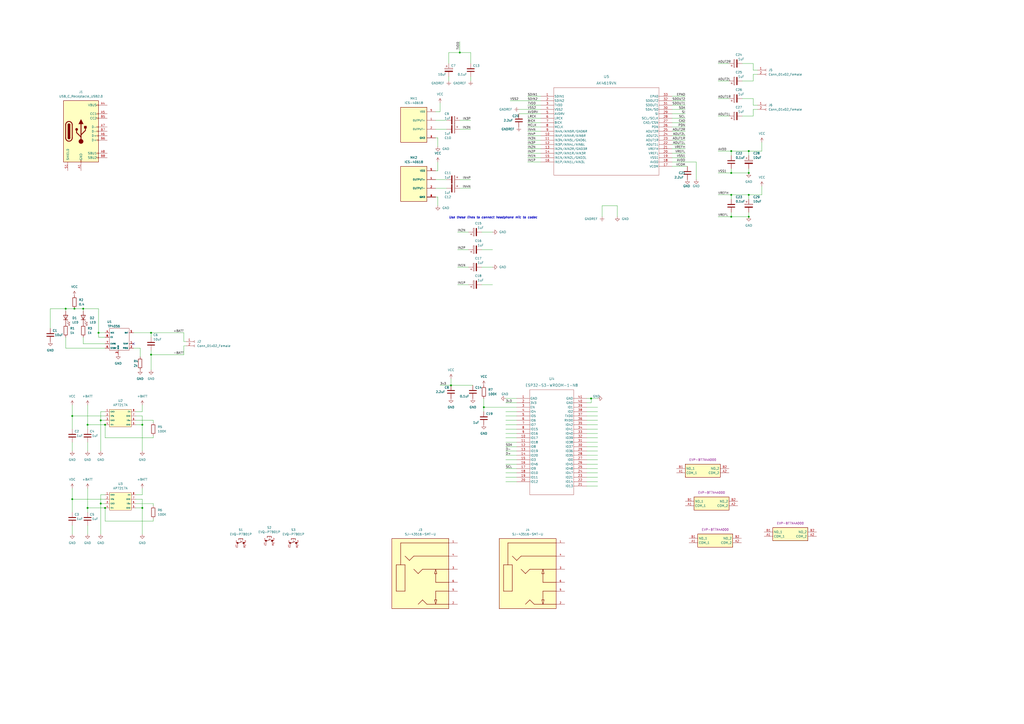
<source format=kicad_sch>
(kicad_sch (version 20211123) (generator eeschema)
  (paper "A2")
  (junction (at 50.8 246.38))
  (junction (at 82.55 294.64))
  (junction (at 57.15 193.04))
  (junction (at 261.62 223.52))
  (junction (at 434.34 87.63))
  (junction (at 41.91 241.3))
  (junction (at 87.63 205.74))
  (junction (at 434.34 113.03))
  (junction (at 266.7 30.48))
  (junction (at 60.96 246.38))
  (junction (at 424.18 100.33))
  (junction (at 434.34 100.33))
  (junction (at 38.1 179.07))
  (junction (at 41.91 289.56))
  (junction (at 424.18 87.63))
  (junction (at 58.42 292.1))
  (junction (at 50.8 294.64))
  (junction (at 424.18 125.73))
  (junction (at 434.34 125.73))
  (junction (at 342.9 231.14))
  (junction (at 43.18 179.07))
  (junction (at 60.96 294.64))
  (junction (at 48.26 179.07))
  (junction (at 280.67 236.22))
  (junction (at 424.18 113.03))
  (junction (at 82.55 246.38))
  (junction (at 87.63 193.04))
  (junction (at 58.42 243.84))
  (no_connect (at 77.47 199.39))
  (wire (pts (xy 416.56 57.15) (xy 422.91 57.15)))
  (wire (pts (xy 259.08 69.85) (xy 252.73 69.85)))
  (wire (pts (xy 340.36 281.94) (xy 346.71 281.94)))
  (wire (pts (xy 436.88 46.99) (xy 436.88 43.18)))
  (wire (pts (xy 48.26 195.58) (xy 48.26 199.39)))
  (wire (pts (xy 340.36 243.84) (xy 346.71 243.84)))
  (wire (pts (xy 50.8 246.38) (xy 60.96 246.38)))
  (wire (pts (xy 293.37 241.3) (xy 299.72 241.3)))
  (wire (pts (xy 430.53 57.15) (xy 436.88 57.15)))
  (wire (pts (xy 58.42 243.84) (xy 60.96 243.84)))
  (wire (pts (xy 424.18 113.03) (xy 434.34 113.03)))
  (wire (pts (xy 273.05 109.22) (xy 266.7 109.22)))
  (wire (pts (xy 436.88 60.96) (xy 439.42 60.96)))
  (wire (pts (xy 389.89 68.58) (xy 397.51 68.58)))
  (wire (pts (xy 57.15 193.04) (xy 60.96 193.04)))
  (wire (pts (xy 88.9 293.37) (xy 88.9 292.1)))
  (wire (pts (xy 340.36 248.92) (xy 346.71 248.92)))
  (wire (pts (xy 58.42 292.1) (xy 60.96 292.1)))
  (wire (pts (xy 279.4 165.1) (xy 285.75 165.1)))
  (wire (pts (xy 58.42 292.1) (xy 58.42 309.88)))
  (wire (pts (xy 279.4 154.94) (xy 285.75 154.94)))
  (wire (pts (xy 300.99 66.04) (xy 313.69 66.04)))
  (wire (pts (xy 50.8 294.64) (xy 60.96 294.64)))
  (wire (pts (xy 389.89 55.88) (xy 397.51 55.88)))
  (wire (pts (xy 358.14 119.38) (xy 358.14 125.73)))
  (wire (pts (xy 87.63 203.2) (xy 87.63 205.74)))
  (wire (pts (xy 340.36 246.38) (xy 346.71 246.38)))
  (wire (pts (xy 313.69 76.2) (xy 306.07 76.2)))
  (wire (pts (xy 265.43 154.94) (xy 271.78 154.94)))
  (wire (pts (xy 342.9 233.68) (xy 342.9 231.14)))
  (wire (pts (xy 424.18 125.73) (xy 434.34 125.73)))
  (wire (pts (xy 313.69 71.12) (xy 306.07 71.12)))
  (wire (pts (xy 340.36 271.78) (xy 346.71 271.78)))
  (wire (pts (xy 430.53 67.31) (xy 436.88 67.31)))
  (wire (pts (xy 389.89 91.44) (xy 397.51 91.44)))
  (wire (pts (xy 430.53 46.99) (xy 436.88 46.99)))
  (wire (pts (xy 58.42 243.84) (xy 58.42 261.62)))
  (wire (pts (xy 424.18 123.19) (xy 424.18 125.73)))
  (wire (pts (xy 50.8 297.18) (xy 50.8 294.64)))
  (wire (pts (xy 434.34 113.03) (xy 434.34 115.57)))
  (wire (pts (xy 424.18 87.63) (xy 434.34 87.63)))
  (wire (pts (xy 416.56 36.83) (xy 422.91 36.83)))
  (wire (pts (xy 293.37 251.46) (xy 299.72 251.46)))
  (wire (pts (xy 389.89 60.96) (xy 397.51 60.96)))
  (wire (pts (xy 300.99 63.5) (xy 313.69 63.5)))
  (wire (pts (xy 106.68 200.66) (xy 107.95 200.66)))
  (wire (pts (xy 434.34 100.33) (xy 434.34 97.79)))
  (wire (pts (xy 293.37 264.16) (xy 299.72 264.16)))
  (wire (pts (xy 252.73 99.06) (xy 254 99.06)))
  (wire (pts (xy 41.91 289.56) (xy 60.96 289.56)))
  (wire (pts (xy 38.1 201.93) (xy 60.96 201.93)))
  (wire (pts (xy 349.25 125.73) (xy 349.25 119.38)))
  (wire (pts (xy 77.47 201.93) (xy 81.28 201.93)))
  (wire (pts (xy 78.74 241.3) (xy 82.55 241.3)))
  (wire (pts (xy 349.25 119.38) (xy 358.14 119.38)))
  (wire (pts (xy 88.9 254) (xy 60.96 254)))
  (wire (pts (xy 88.9 302.26) (xy 60.96 302.26)))
  (wire (pts (xy 424.18 87.63) (xy 424.18 90.17)))
  (wire (pts (xy 389.89 93.98) (xy 403.86 93.98)))
  (wire (pts (xy 60.96 195.58) (xy 57.15 195.58)))
  (wire (pts (xy 340.36 279.4) (xy 346.71 279.4)))
  (wire (pts (xy 293.37 261.62) (xy 299.72 261.62)))
  (wire (pts (xy 295.91 58.42) (xy 313.69 58.42)))
  (wire (pts (xy 441.96 113.03) (xy 441.96 107.95)))
  (wire (pts (xy 280.67 231.14) (xy 280.67 236.22)))
  (wire (pts (xy 434.34 87.63) (xy 441.96 87.63)))
  (wire (pts (xy 41.91 261.62) (xy 41.91 256.54)))
  (wire (pts (xy 416.56 125.73) (xy 424.18 125.73)))
  (wire (pts (xy 58.42 287.02) (xy 58.42 292.1)))
  (wire (pts (xy 313.69 86.36) (xy 306.07 86.36)))
  (wire (pts (xy 436.88 67.31) (xy 436.88 63.5)))
  (wire (pts (xy 58.42 238.76) (xy 58.42 243.84)))
  (wire (pts (xy 252.73 114.3) (xy 254 114.3)))
  (wire (pts (xy 340.36 241.3) (xy 346.71 241.3)))
  (wire (pts (xy 389.89 88.9) (xy 397.51 88.9)))
  (wire (pts (xy 50.8 261.62) (xy 50.8 256.54)))
  (wire (pts (xy 293.37 266.7) (xy 299.72 266.7)))
  (wire (pts (xy 389.89 73.66) (xy 397.51 73.66)))
  (wire (pts (xy 78.74 287.02) (xy 82.55 287.02)))
  (wire (pts (xy 389.89 96.52) (xy 398.78 96.52)))
  (wire (pts (xy 78.74 238.76) (xy 82.55 238.76)))
  (wire (pts (xy 340.36 274.32) (xy 346.71 274.32)))
  (wire (pts (xy 280.67 236.22) (xy 299.72 236.22)))
  (wire (pts (xy 78.74 289.56) (xy 82.55 289.56)))
  (wire (pts (xy 313.69 88.9) (xy 306.07 88.9)))
  (wire (pts (xy 340.36 238.76) (xy 346.71 238.76)))
  (wire (pts (xy 60.96 238.76) (xy 58.42 238.76)))
  (wire (pts (xy 273.05 36.83) (xy 273.05 30.48)))
  (wire (pts (xy 273.05 30.48) (xy 266.7 30.48)))
  (wire (pts (xy 436.88 43.18) (xy 439.42 43.18)))
  (wire (pts (xy 416.56 67.31) (xy 422.91 67.31)))
  (wire (pts (xy 293.37 233.68) (xy 299.72 233.68)))
  (wire (pts (xy 106.68 205.74) (xy 106.68 200.66)))
  (wire (pts (xy 41.91 241.3) (xy 60.96 241.3)))
  (wire (pts (xy 82.55 246.38) (xy 82.55 261.62)))
  (wire (pts (xy 265.43 144.78) (xy 271.78 144.78)))
  (wire (pts (xy 261.62 223.52) (xy 274.32 223.52)))
  (wire (pts (xy 38.1 179.07) (xy 38.1 180.34)))
  (wire (pts (xy 41.91 309.88) (xy 41.91 304.8)))
  (wire (pts (xy 82.55 294.64) (xy 82.55 309.88)))
  (wire (pts (xy 340.36 259.08) (xy 346.71 259.08)))
  (wire (pts (xy 259.08 109.22) (xy 252.73 109.22)))
  (wire (pts (xy 266.7 30.48) (xy 260.35 30.48)))
  (wire (pts (xy 88.9 243.84) (xy 78.74 243.84)))
  (wire (pts (xy 342.9 231.14) (xy 346.71 231.14)))
  (wire (pts (xy 279.4 144.78) (xy 285.75 144.78)))
  (wire (pts (xy 340.36 254) (xy 346.71 254)))
  (wire (pts (xy 389.89 76.2) (xy 397.51 76.2)))
  (wire (pts (xy 259.08 74.93) (xy 252.73 74.93)))
  (wire (pts (xy 87.63 205.74) (xy 87.63 214.63)))
  (wire (pts (xy 254 80.01) (xy 254 85.09)))
  (wire (pts (xy 340.36 251.46) (xy 346.71 251.46)))
  (wire (pts (xy 255.27 223.52) (xy 261.62 223.52)))
  (wire (pts (xy 88.9 252.73) (xy 88.9 254)))
  (wire (pts (xy 416.56 113.03) (xy 424.18 113.03)))
  (wire (pts (xy 87.63 205.74) (xy 106.68 205.74)))
  (wire (pts (xy 389.89 66.04) (xy 397.51 66.04)))
  (wire (pts (xy 255.27 64.77) (xy 255.27 59.69)))
  (wire (pts (xy 389.89 78.74) (xy 397.51 78.74)))
  (wire (pts (xy 436.88 36.83) (xy 436.88 40.64)))
  (wire (pts (xy 434.34 87.63) (xy 434.34 90.17)))
  (wire (pts (xy 424.18 97.79) (xy 424.18 100.33)))
  (wire (pts (xy 254 99.06) (xy 254 93.98)))
  (wire (pts (xy 293.37 276.86) (xy 299.72 276.86)))
  (wire (pts (xy 389.89 58.42) (xy 397.51 58.42)))
  (wire (pts (xy 389.89 63.5) (xy 397.51 63.5)))
  (wire (pts (xy 313.69 73.66) (xy 306.07 73.66)))
  (wire (pts (xy 48.26 199.39) (xy 60.96 199.39)))
  (wire (pts (xy 50.8 283.21) (xy 50.8 294.64)))
  (wire (pts (xy 340.36 264.16) (xy 346.71 264.16)))
  (wire (pts (xy 424.18 113.03) (xy 424.18 115.57)))
  (wire (pts (xy 261.62 219.71) (xy 261.62 223.52)))
  (wire (pts (xy 293.37 248.92) (xy 299.72 248.92)))
  (wire (pts (xy 293.37 238.76) (xy 299.72 238.76)))
  (wire (pts (xy 88.9 292.1) (xy 78.74 292.1)))
  (wire (pts (xy 340.36 269.24) (xy 346.71 269.24)))
  (wire (pts (xy 424.18 100.33) (xy 434.34 100.33)))
  (wire (pts (xy 38.1 179.07) (xy 29.21 179.07)))
  (wire (pts (xy 48.26 179.07) (xy 43.18 179.07)))
  (wire (pts (xy 81.28 201.93) (xy 81.28 207.01)))
  (wire (pts (xy 340.36 236.22) (xy 346.71 236.22)))
  (wire (pts (xy 48.26 179.07) (xy 48.26 180.34)))
  (wire (pts (xy 293.37 274.32) (xy 299.72 274.32)))
  (wire (pts (xy 88.9 300.99) (xy 88.9 302.26)))
  (wire (pts (xy 340.36 276.86) (xy 346.71 276.86)))
  (wire (pts (xy 279.4 134.62) (xy 285.75 134.62)))
  (wire (pts (xy 293.37 231.14) (xy 299.72 231.14)))
  (wire (pts (xy 48.26 179.07) (xy 57.15 179.07)))
  (wire (pts (xy 254 114.3) (xy 254 119.38)))
  (wire (pts (xy 106.68 193.04) (xy 106.68 198.12)))
  (wire (pts (xy 434.34 113.03) (xy 441.96 113.03)))
  (wire (pts (xy 416.56 87.63) (xy 424.18 87.63)))
  (wire (pts (xy 313.69 60.96) (xy 306.07 60.96)))
  (wire (pts (xy 273.05 69.85) (xy 266.7 69.85)))
  (wire (pts (xy 313.69 78.74) (xy 306.07 78.74)))
  (wire (pts (xy 60.96 287.02) (xy 58.42 287.02)))
  (wire (pts (xy 50.8 309.88) (xy 50.8 304.8)))
  (wire (pts (xy 265.43 165.1) (xy 271.78 165.1)))
  (wire (pts (xy 340.36 233.68) (xy 342.9 233.68)))
  (wire (pts (xy 273.05 74.93) (xy 266.7 74.93)))
  (wire (pts (xy 293.37 269.24) (xy 299.72 269.24)))
  (wire (pts (xy 436.88 63.5) (xy 439.42 63.5)))
  (wire (pts (xy 313.69 81.28) (xy 306.07 81.28)))
  (wire (pts (xy 293.37 254) (xy 299.72 254)))
  (wire (pts (xy 436.88 57.15) (xy 436.88 60.96)))
  (wire (pts (xy 313.69 83.82) (xy 306.07 83.82)))
  (wire (pts (xy 41.91 289.56) (xy 41.91 297.18)))
  (wire (pts (xy 57.15 193.04) (xy 57.15 179.07)))
  (wire (pts (xy 77.47 193.04) (xy 87.63 193.04)))
  (wire (pts (xy 60.96 302.26) (xy 60.96 294.64)))
  (wire (pts (xy 313.69 68.58) (xy 306.07 68.58)))
  (wire (pts (xy 434.34 125.73) (xy 434.34 123.19)))
  (wire (pts (xy 82.55 241.3) (xy 82.55 246.38)))
  (wire (pts (xy 265.43 134.62) (xy 271.78 134.62)))
  (wire (pts (xy 266.7 24.13) (xy 266.7 30.48)))
  (wire (pts (xy 293.37 271.78) (xy 299.72 271.78)))
  (wire (pts (xy 293.37 259.08) (xy 299.72 259.08)))
  (wire (pts (xy 313.69 91.44) (xy 306.07 91.44)))
  (wire (pts (xy 389.89 71.12) (xy 397.51 71.12)))
  (wire (pts (xy 441.96 87.63) (xy 441.96 82.55)))
  (wire (pts (xy 78.74 246.38) (xy 82.55 246.38)))
  (wire (pts (xy 41.91 241.3) (xy 41.91 248.92)))
  (wire (pts (xy 389.89 81.28) (xy 397.51 81.28)))
  (wire (pts (xy 293.37 243.84) (xy 299.72 243.84)))
  (wire (pts (xy 273.05 44.45) (xy 273.05 46.99)))
  (wire (pts (xy 78.74 294.64) (xy 82.55 294.64)))
  (wire (pts (xy 416.56 100.33) (xy 424.18 100.33)))
  (wire (pts (xy 403.86 93.98) (xy 403.86 104.14)))
  (wire (pts (xy 82.55 238.76) (xy 82.55 234.95)))
  (wire (pts (xy 87.63 193.04) (xy 106.68 193.04)))
  (wire (pts (xy 41.91 234.95) (xy 41.91 241.3)))
  (wire (pts (xy 252.73 64.77) (xy 255.27 64.77)))
  (wire (pts (xy 82.55 287.02) (xy 82.55 283.21)))
  (wire (pts (xy 38.1 195.58) (xy 38.1 201.93)))
  (wire (pts (xy 340.36 256.54) (xy 346.71 256.54)))
  (wire (pts (xy 57.15 195.58) (xy 57.15 193.04)))
  (wire (pts (xy 436.88 40.64) (xy 439.42 40.64)))
  (wire (pts (xy 260.35 30.48) (xy 260.35 36.83)))
  (wire (pts (xy 260.35 44.45) (xy 260.35 46.99)))
  (wire (pts (xy 293.37 256.54) (xy 299.72 256.54)))
  (wire (pts (xy 313.69 55.88) (xy 306.07 55.88)))
  (wire (pts (xy 416.56 46.99) (xy 422.91 46.99)))
  (wire (pts (xy 293.37 279.4) (xy 299.72 279.4)))
  (wire (pts (xy 389.89 83.82) (xy 397.51 83.82)))
  (wire (pts (xy 252.73 80.01) (xy 254 80.01)))
  (wire (pts (xy 29.21 179.07) (xy 29.21 190.5)))
  (wire (pts (xy 41.91 283.21) (xy 41.91 289.56)))
  (wire (pts (xy 273.05 104.14) (xy 266.7 104.14)))
  (wire (pts (xy 82.55 289.56) (xy 82.55 294.64)))
  (wire (pts (xy 43.18 179.07) (xy 38.1 179.07)))
  (wire (pts (xy 293.37 246.38) (xy 299.72 246.38)))
  (wire (pts (xy 88.9 245.11) (xy 88.9 243.84)))
  (wire (pts (xy 340.36 261.62) (xy 346.71 261.62)))
  (wire (pts (xy 60.96 254) (xy 60.96 246.38)))
  (wire (pts (xy 87.63 193.04) (xy 87.63 195.58)))
  (wire (pts (xy 106.68 198.12) (xy 107.95 198.12)))
  (wire (pts (xy 313.69 93.98) (xy 306.07 93.98)))
  (wire (pts (xy 430.53 36.83) (xy 436.88 36.83)))
  (wire (pts (xy 50.8 234.95) (xy 50.8 246.38)))
  (wire (pts (xy 280.67 236.22) (xy 280.67 238.76)))
  (wire (pts (xy 340.36 231.14) (xy 342.9 231.14)))
  (wire (pts (xy 50.8 248.92) (xy 50.8 246.38)))
  (wire (pts (xy 259.08 104.14) (xy 252.73 104.14)))
  (wire (pts (xy 340.36 266.7) (xy 346.71 266.7)))
  (wire (pts (xy 389.89 86.36) (xy 397.51 86.36)))
  (text "Use these lines to connect headphone mic to codec" (at 260.35 127 0) (effects (font (size 1.27 1.27) (thickness 0.254) bold italic) (justify left bottom)))
  (label "AOUT1L" (at 397.51 83.82 180))
  (label "AOUT2L" (at 397.51 78.74 180))
  (label "3v3" (at 255.27 223.52 0))
  (label "VREFL" (at 416.56 125.73 0))
  (label "VREFH" (at 416.56 113.03 0))
  (label "IN2P" (at 306.07 88.9 0))
  (label "D-" (at 293.37 261.62 0))
  (label "IN4N" (at 306.07 76.2 0))
  (label "VSS1" (at 416.56 100.33 0))
  (label "SDOUT1" (at 397.51 60.96 180))
  (label "IN1P" (at 306.07 93.98 0))
  (label "SDIN2" (at 306.07 58.42 0))
  (label "LRCK" (at 306.07 68.58 0))
  (label "IN3N" (at 273.05 74.93 180))
  (label "SI" (at 397.51 66.04 180))
  (label "SDA" (at 397.51 63.5 180))
  (label "VREFL" (at 397.51 88.9 180))
  (label "SCL" (at 293.37 271.78 0))
  (label "TVDD" (at 266.7 24.13 270))
  (label "EPAD" (at 397.51 55.88 180))
  (label "SDIN1" (at 306.07 55.88 0))
  (label "PDN" (at 397.51 73.66 180))
  (label "AOUT1R" (at 416.56 57.15 0))
  (label "AOUT2L" (at 416.56 46.99 0))
  (label "IN2N" (at 306.07 86.36 0))
  (label "3v3" (at 293.37 233.68 0))
  (label "AOUT2R" (at 416.56 36.83 0))
  (label "IN4P" (at 306.07 78.74 0))
  (label "SCL" (at 397.51 68.58 180))
  (label "IN3N" (at 306.07 81.28 0))
  (label "IN1N" (at 265.43 154.94 0))
  (label "IN3P" (at 273.05 69.85 180))
  (label "MCLK" (at 306.07 73.66 0))
  (label "AVDRV" (at 306.07 66.04 0))
  (label "IN2P" (at 265.43 144.78 0))
  (label "AOUT1L" (at 416.56 67.31 0))
  (label "AOUT2R" (at 397.51 76.2 180))
  (label "AVDD" (at 416.56 87.63 0))
  (label "+BATT" (at 106.68 193.04 180))
  (label "IN1N" (at 306.07 91.44 0))
  (label "TVDD" (at 306.07 60.96 0))
  (label "VSS1" (at 397.51 91.44 180))
  (label "IN2N" (at 265.43 134.62 0))
  (label "AVDD" (at 397.51 93.98 180))
  (label "IN4N" (at 273.05 109.22 180))
  (label "D+" (at 293.37 264.16 0))
  (label "IN4P" (at 273.05 104.14 180))
  (label "CAD" (at 397.51 71.12 180))
  (label "VSS2" (at 306.07 63.5 0))
  (label "BICK" (at 306.07 71.12 0))
  (label "VCOM" (at 397.51 96.52 180))
  (label "VSS2" (at 295.91 58.42 0))
  (label "VREFH" (at 397.51 86.36 180))
  (label "SDA" (at 293.37 259.08 0))
  (label "IN3P" (at 306.07 83.82 0))
  (label "AOUT1R" (at 397.51 81.28 180))
  (label "IN1P" (at 265.43 165.1 0))
  (label "-BATT" (at 106.68 205.74 180))
  (label "SDOUT2" (at 397.51 58.42 180))
  (symbol (lib_id "Device:C") (at 50.8 300.99 180) (unit 1)
    (property "Reference" "C5" (at 52.07 298.45 0) (effects (justify right)))
    (property "Value" "1uF" (at 53.34 300.99 0) (effects (justify right)))
    (property "Footprint" "Capacitor_SMD:C_0805_2012Metric" (effects hide))
  )
  (symbol (lib_id "power:GND") (at 254 85.09 0) (unit 1)
    (property "Reference" "#PWR020" (effects hide))
    (property "Value" "GND" (at 256.54 86.3599 0) (effects (justify left)))
  )
  (symbol (lib_id "Device:C_Polarized") (at 434.34 119.38 0) (unit 1)
    (property "Reference" "C29" (at 436.88 114.3 0) (effects (justify left)))
    (property "Value" "10uF" (at 436.88 116.84 0) (effects (justify left)))
    (property "Footprint" "Capacitor_SMD:C_0805_2012Metric" (effects hide))
  )
  (symbol (lib_id "Connector:Conn_01x02_Female") (at 444.5 40.64 0) (unit 1)
    (property "Reference" "J5" (at 445.77 40.6399 0) (effects (justify left)))
    (property "Value" "Conn_01x02_Female" (at 445.77 43.1799 0) (effects (justify left)))
  )
  (symbol (lib_id "Device:R") (at 88.9 248.92 0) (unit 1)
    (property "Reference" "R5" (at 91.44 247.6499 0) (effects (justify left)))
    (property "Value" "100K" (at 91.44 250.1899 0) (effects (justify left)))
  )
  (symbol (lib_id "Device:C") (at 398.78 100.33 180) (unit 1)
    (property "Reference" "C21" (at 393.7 100.33 0) (effects (justify right)))
    (property "Value" "2.2uF" (at 391.16 102.87 0) (effects (justify right)))
    (property "Footprint" "Capacitor_SMD:C_0805_2012Metric" (effects hide))
  )
  (symbol (lib_id "Device:C") (at 41.91 252.73 180) (unit 1)
    (property "Reference" "C2" (at 43.18 250.19 0) (effects (justify right)))
    (property "Value" "1uF" (at 44.45 252.73 0) (effects (justify right)))
    (property "Footprint" "Capacitor_SMD:C_0805_2012Metric" (effects hide))
  )
  (symbol (lib_id "Device:C") (at 41.91 300.99 180) (unit 1)
    (property "Reference" "C3" (at 43.18 298.45 0) (effects (justify right)))
    (property "Value" "1uF" (at 44.45 300.99 0) (effects (justify right)))
    (property "Footprint" "Capacitor_SMD:C_0805_2012Metric" (effects hide))
  )
  (symbol (lib_id "AP7217A:AP7217A") (at 67.31 245.11 0) (unit 1)
    (property "Reference" "U2" (at 69.85 232.41 0))
    (property "Value" "AP7217A" (at 69.85 234.95 0))
    (property "Footprint" "AP7217A:SOIC127P600X175-8N" (effects hide))
  )
  (symbol (lib_id "Device:LED") (at 48.26 184.15 90) (unit 1)
    (property "Reference" "D2" (at 52.07 184.4674 90) (effects (justify right)))
    (property "Value" "LED" (at 52.07 187.0074 90) (effects (justify right)))
  )
  (symbol (lib_id "power:VCC") (at 261.62 219.71 0) (unit 1)
    (property "Reference" "#PWR025" (effects hide))
    (property "Value" "VCC" (at 261.62 214.63 0))
  )
  (symbol (lib_id "power:GND") (at 293.37 231.14 270) (unit 1)
    (property "Reference" "#PWR033" (effects hide))
    (property "Value" "GND" (at 290.83 228.6 90) (effects (justify left)))
  )
  (symbol (lib_id "power:VCC") (at 280.67 223.52 0) (unit 1)
    (property "Reference" "#PWR029" (effects hide))
    (property "Value" "VCC" (at 280.67 218.44 0))
  )
  (symbol (lib_id "Device:C") (at 50.8 252.73 180) (unit 1)
    (property "Reference" "C4" (at 52.07 250.19 0) (effects (justify right)))
    (property "Value" "1uF" (at 53.34 252.73 0) (effects (justify right)))
    (property "Footprint" "Capacitor_SMD:C_0805_2012Metric" (effects hide))
  )
  (symbol (lib_id "power:GND") (at 50.8 309.88 0) (unit 1)
    (property "Reference" "#PWR010" (effects hide))
    (property "Value" "GND" (at 50.8 314.96 0))
  )
  (symbol (lib_id "power:GND") (at 285.75 154.94 90) (unit 1)
    (property "Reference" "#PWR032" (effects hide))
    (property "Value" "GND" (at 289.56 154.9399 90) (effects (justify right)))
  )
  (symbol (lib_id "power:VCC") (at 441.96 82.55 0) (unit 1)
    (property "Reference" "#PWR043" (effects hide))
    (property "Value" "VCC" (at 441.96 77.47 0))
  )
  (symbol (lib_id "power:GNDREF") (at 300.99 63.5 270) (unit 1)
    (property "Reference" "#PWR034" (effects hide))
    (property "Value" "GNDREF" (at 297.18 63.4999 90) (effects (justify right)))
  )
  (symbol (lib_id "Device:C") (at 300.99 69.85 180) (unit 1)
    (property "Reference" "C20" (at 297.18 67.31 0) (effects (justify right)))
    (property "Value" "2.2uF" (at 292.1 69.85 0) (effects (justify right)))
    (property "Footprint" "Capacitor_SMD:C_0805_2012Metric" (effects hide))
  )
  (symbol (lib_id "EVQ-P7B01P:EVQ-P7B01P") (at 139.7 314.96 0) (unit 1)
    (property "Reference" "S1" (at 139.7 307.34 0))
    (property "Value" "EVQ-P7B01P" (at 139.7 309.88 0))
    (property "Footprint" "EVQ-P7B01P:EVQ-P7B01P" (effects hide))
    (property "DigiKey_Part_Number" "P16764TR-ND" (effects hide))
    (property "MF" "Panasonic Electronic Components" (effects hide))
    (property "Purchase-URL" "https://www.snapeda.com/api/url_track_click_mouser/?unipart_id=10869826&manufacturer=Panasonic Electronic Components&part_name=EVQ-P7B01P&search_term=None" (effects hide))
    (property "Package" "None" (effects hide))
    (property "SnapEDA_Link" "https://www.snapeda.com/parts/EVQ-P7B01P/Panasonic/view-part/?ref=snap" (effects hide))
    (property "MP" "EVQ-P7B01P" (effects hide))
    (property "Description" "\nTactile Switch SPST-NO Side Actuated Surface Mount, Right Angle\n" (effects hide))
    (property "Check_prices" "https://www.snapeda.com/parts/EVQ-P7B01P/Panasonic/view-part/?ref=eda" (effects hide))
  )
  (symbol (lib_id "power:+BATT") (at 50.8 283.21 0) (unit 1)
    (property "Reference" "#PWR09" (effects hide))
    (property "Value" "+BATT" (at 50.8 278.13 0))
  )
  (symbol (lib_id "Device:C_Polarized") (at 275.59 154.94 90) (unit 1)
    (property "Reference" "C17" (at 279.4 149.86 90) (effects (justify left)))
    (property "Value" "1uF" (at 280.67 152.4 90) (effects (justify left)))
    (property "Footprint" "Capacitor_SMD:C_0805_2012Metric" (effects hide))
  )
  (symbol (lib_id "power:GND") (at 346.71 231.14 90) (unit 1)
    (property "Reference" "#PWR036" (effects hide))
    (property "Value" "GND" (at 347.98 229.87 90) (effects (justify left)))
  )
  (symbol (lib_id "tp4056:TP4056") (at 55.88 190.5 0) (unit 1)
    (property "Reference" "U1" (at 63.5 186.69 0))
    (property "Value" "TP4056" (at 66.04 189.23 0))
    (property "Footprint" "Package_SO:SOP-8_3.9x4.9mm_P1.27mm" (effects hide))
  )
  (symbol (lib_id "AP7217A:AP7217A") (at 67.31 293.37 0) (unit 1)
    (property "Reference" "U3" (at 69.85 280.67 0))
    (property "Value" "AP7217A" (at 69.85 283.21 0))
    (property "Footprint" "AP7217A:SOIC127P600X175-8N" (effects hide))
  )
  (symbol (lib_id "Device:C_Polarized") (at 262.89 74.93 270) (unit 1)
    (property "Reference" "C10" (at 257.81 80.01 90) (effects (justify left)))
    (property "Value" "1uF" (at 257.81 77.47 90) (effects (justify left)))
    (property "Footprint" "Capacitor_SMD:C_0805_2012Metric" (effects hide))
  )
  (symbol (lib_id "power:GND") (at 82.55 309.88 0) (unit 1)
    (property "Reference" "#PWR018" (effects hide))
    (property "Value" "GND" (at 82.55 314.96 0))
  )
  (symbol (lib_id "Device:R") (at 88.9 297.18 0) (unit 1)
    (property "Reference" "R6" (at 91.44 295.9099 0) (effects (justify left)))
    (property "Value" "100K" (at 91.44 298.4499 0) (effects (justify left)))
  )
  (symbol (lib_id "Device:C_Polarized") (at 262.89 104.14 270) (unit 1)
    (property "Reference" "C11" (at 257.81 100.33 90) (effects (justify left)))
    (property "Value" "1uF" (at 257.81 102.87 90) (effects (justify left)))
    (property "Footprint" "Capacitor_SMD:C_0805_2012Metric" (effects hide))
  )
  (symbol (lib_id "Device:R") (at 38.1 191.77 0) (unit 1)
    (property "Reference" "R1" (at 40.64 190.4999 0) (effects (justify left)))
    (property "Value" "1k" (at 40.64 193.0399 0) (effects (justify left)))
  )
  (symbol (lib_id "power:GND") (at 274.32 231.14 0) (unit 1)
    (property "Reference" "#PWR028" (effects hide))
    (property "Value" "GND" (at 274.32 236.22 0))
  )
  (symbol (lib_id "power:GND") (at 29.21 198.12 0) (unit 1)
    (property "Reference" "#PWR01" (effects hide))
    (property "Value" "GND" (at 29.21 203.2 0))
  )
  (symbol (lib_id "power:GND") (at 280.67 246.38 0) (unit 1)
    (property "Reference" "#PWR030" (effects hide))
    (property "Value" "GND" (at 280.67 251.46 0))
  )
  (symbol (lib_id "EVP-BT7A4A000:EVP-BT7A4A000") (at 399.6741 312.3053 0) (unit 1)
    (property "Reference" "EVP-BT7A4A3" (effects hide))
    (property "Value" "EVP-BT7A4A000" (effects hide))
    (property "Footprint" "EVP-BT7A4A000:EVPBT7A4A000" (effects hide))
    (property "Reference_1" "S" (effects hide))
    (property "Value_1" "EVP-BT7A4A000" (at 414.9141 307.2253 0))
    (property "Footprint_1" "EVPBT7A4A000" (effects hide))
    (property "Datasheet_1" "https://na.industrial.panasonic.com/file-download/245155" (effects hide))
    (property "Height" "4.5" (effects hide))
    (property "Mouser Part Number" "769-EVP-BT7A4A000" (effects hide))
    (property "Mouser Price/Stock" "https://www.mouser.co.uk/ProductDetail/Panasonic/EVP-BT7A4A000?qs=CiayqK2gdcK%2FK8JCTM%2FBCw%3D%3D" (effects hide))
    (property "Manufacturer_Name" "Panasonic" (effects hide))
    (property "Manufacturer_Part_Number" "EVP-BT7A4A000" (effects hide))
  )
  (symbol (lib_id "2023-04-28_16-08-41:AK4619VN") (at 313.69 55.88 0) (unit 1)
    (property "Reference" "U5" (at 351.79 44.45 0) (effects (font (size 1.524 1.524))))
    (property "Value" "AK4619VN" (at 351.79 48.26 0) (effects (font (size 1.524 1.524))))
    (property "Footprint" "AK4619VN:AK4619VN_AKM" (effects hide))
    (property "Datasheet" "AK4619VN" (effects hide))
  )
  (symbol (lib_id "Device:C") (at 87.63 199.39 180) (unit 1)
    (property "Reference" "C6" (at 88.9 194.31 0) (effects (justify right)))
    (property "Value" "10uF" (at 88.9 196.85 0) (effects (justify right)))
    (property "Footprint" "Capacitor_SMD:C_0805_2012Metric" (effects hide))
  )
  (symbol (lib_id "power:GND") (at 58.42 309.88 0) (unit 1)
    (property "Reference" "#PWR012" (effects hide))
    (property "Value" "GND" (at 58.42 314.96 0))
  )
  (symbol (lib_id "power:GND") (at 50.8 261.62 0) (unit 1)
    (property "Reference" "#PWR08" (effects hide))
    (property "Value" "GND" (at 50.8 266.7 0))
  )
  (symbol (lib_id "power:GNDREF") (at 300.99 73.66 0) (unit 1)
    (property "Reference" "#PWR035" (effects hide))
    (property "Value" "GNDREF" (at 290.83 74.93 0) (effects (justify left)))
  )
  (symbol (lib_id "power:+BATT") (at 82.55 234.95 0) (unit 1)
    (property "Reference" "#PWR015" (effects hide))
    (property "Value" "+BATT" (at 82.55 229.87 0))
  )
  (symbol (lib_id "Device:C_Polarized") (at 426.72 36.83 90) (unit 1)
    (property "Reference" "C24" (at 430.53 31.75 90) (effects (justify left)))
    (property "Value" "1uF" (at 431.8 34.29 90) (effects (justify left)))
    (property "Footprint" "Capacitor_SMD:C_0805_2012Metric" (effects hide))
  )
  (symbol (lib_id "Device:C_Polarized") (at 275.59 134.62 90) (unit 1)
    (property "Reference" "C15" (at 279.4 129.54 90) (effects (justify left)))
    (property "Value" "1uF" (at 280.67 132.08 90) (effects (justify left)))
    (property "Footprint" "Capacitor_SMD:C_0805_2012Metric" (effects hide))
  )
  (symbol (lib_id "ICS-40618:ICS-40618") (at 240.03 72.39 0) (unit 1)
    (property "Reference" "MK1" (at 240.03 57.15 0))
    (property "Value" "ICS-40618" (at 240.03 59.69 0))
    (property "Footprint" "ICS-40618:MIC_ICS-40618" (effects hide))
    (property "DigiKey_Part_Number" "1428-1062-2-ND" (effects hide))
    (property "MF" "TDK InvenSense" (effects hide))
    (property "DESCRIPTION" "High SNR Microphone with Differential Output and Low Power Mode" (effects hide))
    (property "PACKAGE" "LGA-5 TDK-InvenSense" (effects hide))
    (property "PRICE" "1.89 USD" (effects hide))
    (property "Package" "None" (effects hide))
    (property "Check_prices" "https://www.snapeda.com/parts/ICS-40618/TDK+InvenSense/view-part/?ref=eda" (effects hide))
    (property "SnapEDA_Link" "https://www.snapeda.com/parts/ICS-40618/TDK+InvenSense/view-part/?ref=snap" (effects hide))
    (property "MP" "ICS-40618" (effects hide))
    (property "Description" "\n50 Hz ~ 20 kHz Analog Microphone MEMS (Silicon) 1.52 V ~ 3.63 V Omnidirectional (-38db ±1dB) Solder Pads\n" (effects hide))
    (property "AVAILABILITY" "Good" (effects hide))
    (property "Purchase-URL" "https://www.snapeda.com/api/url_track_click_mouser/?unipart_id=525364&manufacturer=TDK InvenSense&part_name=ICS-40618&search_term=None" (effects hide))
  )
  (symbol (lib_id "power:GND") (at 434.34 100.33 0) (unit 1)
    (property "Reference" "#PWR041" (effects hide))
    (property "Value" "GND" (at 434.34 105.41 0))
  )
  (symbol (lib_id "Device:C") (at 424.18 93.98 180) (unit 1)
    (property "Reference" "C22" (at 426.72 88.9 0) (effects (justify right)))
    (property "Value" "0.1uF" (at 426.72 91.44 0) (effects (justify right)))
    (property "Footprint" "Capacitor_SMD:C_0805_2012Metric" (effects hide))
  )
  (symbol (lib_id "SJ-43516-SMT-GR:SJ-43516-SMT-U") (at 307.34 335.28 0) (unit 1)
    (property "Reference" "J4" (at 306.07 307.34 0))
    (property "Value" "SJ-43516-SMT-U" (at 306.07 309.88 0))
    (property "Footprint" "SJ-43516-SMT-GR:CUI_SJ-43516-SMT-GR" (effects hide))
    (property "DigiKey_Part_Number" "CP-43516SJGRTR-ND" (effects hide))
    (property "MF" "CUI Devices" (effects hide))
    (property "Purchase-URL" "https://www.snapeda.com/api/url_track_click_mouser/?unipart_id=379265&manufacturer=CUI Devices&part_name=SJ-43516-SMT-TR-GR&search_term=None" (effects hide))
    (property "Package" "None" (effects hide))
    (property "Check_prices" "https://www.snapeda.com/parts/SJ-43516-SMT-TR-GR/CUI+Devices/view-part/?ref=eda" (effects hide))
    (property "PART_REV" "1.02" (effects hide))
    (property "STANDARD" "MANUFACTURER RECOMMENDATIONS" (effects hide))
    (property "SnapEDA_Link" "https://www.snapeda.com/parts/SJ-43516-SMT-TR-GR/CUI+Devices/view-part/?ref=snap" (effects hide))
    (property "MP" "SJ-43516-SMT-TR-GR" (effects hide))
    (property "Description" "4 conductor 3.5 mm Surface Mount Audio Jack w/ Two Switch, Green" (effects hide))
    (property "CUI_purchase_URL" "https://www.cuidevices.com/product/interconnect/connectors/audio-connectors/jacks/sj-43516-smt-tr-gr?utm_source=snapeda.com&utm_medium=referral&utm_campaign=snapedaBOM" (effects hide))
    (property "MANUFACTURER" "CUI INC" (effects hide))
  )
  (symbol (lib_id "power:+BATT") (at 50.8 234.95 0) (unit 1)
    (property "Reference" "#PWR07" (effects hide))
    (property "Value" "+BATT" (at 50.8 229.87 0))
  )
  (symbol (lib_id "Device:C_Polarized") (at 262.89 109.22 270) (unit 1)
    (property "Reference" "C12" (at 257.81 114.3 90) (effects (justify left)))
    (property "Value" "1uF" (at 257.81 111.76 90) (effects (justify left)))
    (property "Footprint" "Capacitor_SMD:C_0805_2012Metric" (effects hide))
  )
  (symbol (lib_id "ESP32_S3_WROOM_N16:ESP32-S3-WROOM-1-N8") (at 299.72 231.14 0) (unit 1)
    (property "Reference" "U4" (at 320.04 219.71 0) (effects (font (size 1.524 1.524))))
    (property "Value" "ESP32-S3-WROOM-1-N8" (at 320.04 223.52 0) (effects (font (size 1.524 1.524))))
    (property "Footprint" "ESP32-S3 Module:XCVR_ESP32S3WROOM1N8R8" (effects hide))
    (property "Datasheet" "ESP32-S3-WROOM-1-N8" (effects hide))
  )
  (symbol (lib_id "Device:R") (at 81.28 210.82 180) (unit 1)
    (property "Reference" "R4" (at 77.47 209.55 0) (effects (justify right)))
    (property "Value" "2k" (at 77.47 212.09 0) (effects (justify right)))
  )
  (symbol (lib_id "Device:C_Polarized") (at 275.59 165.1 90) (unit 1)
    (property "Reference" "C18" (at 279.4 160.02 90) (effects (justify left)))
    (property "Value" "1uF" (at 280.67 162.56 90) (effects (justify left)))
    (property "Footprint" "Capacitor_SMD:C_0805_2012Metric" (effects hide))
  )
  (symbol (lib_id "Device:R") (at 48.26 191.77 0) (unit 1)
    (property "Reference" "R3" (at 50.8 190.4999 0) (effects (justify left)))
    (property "Value" "1k" (at 50.8 193.0399 0) (effects (justify left)))
  )
  (symbol (lib_id "Device:C") (at 261.62 227.33 180) (unit 1)
    (property "Reference" "C8" (at 257.81 224.79 0) (effects (justify right)))
    (property "Value" "2.2uF" (at 252.73 227.33 0) (effects (justify right)))
    (property "Footprint" "Capacitor_SMD:C_0805_2012Metric" (effects hide))
  )
  (symbol (lib_id "EVQ-P7B01P:EVQ-P7B01P") (at 170.18 314.96 0) (unit 1)
    (property "Reference" "S3" (at 170.18 307.34 0))
    (property "Value" "EVQ-P7B01P" (at 170.18 309.88 0))
    (property "Footprint" "EVQ-P7B01P:EVQ-P7B01P" (effects hide))
    (property "DigiKey_Part_Number" "P16764TR-ND" (effects hide))
    (property "MF" "Panasonic Electronic Components" (effects hide))
    (property "Purchase-URL" "https://www.snapeda.com/api/url_track_click_mouser/?unipart_id=10869826&manufacturer=Panasonic Electronic Components&part_name=EVQ-P7B01P&search_term=None" (effects hide))
    (property "Package" "None" (effects hide))
    (property "SnapEDA_Link" "https://www.snapeda.com/parts/EVQ-P7B01P/Panasonic/view-part/?ref=snap" (effects hide))
    (property "MP" "EVQ-P7B01P" (effects hide))
    (property "Description" "\nTactile Switch SPST-NO Side Actuated Surface Mount, Right Angle\n" (effects hide))
    (property "Check_prices" "https://www.snapeda.com/parts/EVQ-P7B01P/Panasonic/view-part/?ref=eda" (effects hide))
  )
  (symbol (lib_id "Device:C_Polarized") (at 426.72 67.31 90) (unit 1)
    (property "Reference" "C27" (at 430.53 62.23 90) (effects (justify left)))
    (property "Value" "1uF" (at 431.8 64.77 90) (effects (justify left)))
    (property "Footprint" "Capacitor_SMD:C_0805_2012Metric" (effects hide))
  )
  (symbol (lib_id "power:GND") (at 261.62 231.14 0) (unit 1)
    (property "Reference" "#PWR026" (effects hide))
    (property "Value" "GND" (at 261.62 236.22 0))
  )
  (symbol (lib_id "Device:C_Polarized") (at 434.34 93.98 0) (unit 1)
    (property "Reference" "C28" (at 436.88 88.9 0) (effects (justify left)))
    (property "Value" "10uF" (at 436.88 91.44 0) (effects (justify left)))
    (property "Footprint" "Capacitor_SMD:C_0805_2012Metric" (effects hide))
  )
  (symbol (lib_id "power:GND") (at 82.55 261.62 0) (unit 1)
    (property "Reference" "#PWR016" (effects hide))
    (property "Value" "GND" (at 82.55 266.7 0))
  )
  (symbol (lib_id "EVP-BT7A4A000:EVP-BT7A4A000") (at 443.23 308.61 0) (unit 1)
    (property "Reference" "EVP-BT7A4A4" (effects hide))
    (property "Value" "EVP-BT7A4A000" (effects hide))
    (property "Footprint" "EVP-BT7A4A000:EVPBT7A4A000" (effects hide))
    (property "Reference_1" "S" (effects hide))
    (property "Value_1" "EVP-BT7A4A000" (at 458.47 303.53 0))
    (property "Footprint_1" "EVPBT7A4A000" (effects hide))
    (property "Datasheet_1" "https://na.industrial.panasonic.com/file-download/245155" (effects hide))
    (property "Height" "4.5" (effects hide))
    (property "Mouser Part Number" "769-EVP-BT7A4A000" (effects hide))
    (property "Mouser Price/Stock" "https://www.mouser.co.uk/ProductDetail/Panasonic/EVP-BT7A4A000?qs=CiayqK2gdcK%2FK8JCTM%2FBCw%3D%3D" (effects hide))
    (property "Manufacturer_Name" "Panasonic" (effects hide))
    (property "Manufacturer_Part_Number" "EVP-BT7A4A000" (effects hide))
  )
  (symbol (lib_id "EVQ-P7B01P:EVQ-P7B01P") (at 156.21 313.69 0) (unit 1)
    (property "Reference" "S2" (at 156.21 306.07 0))
    (property "Value" "EVQ-P7B01P" (at 156.21 308.61 0))
    (property "Footprint" "EVQ-P7B01P:EVQ-P7B01P" (effects hide))
    (property "DigiKey_Part_Number" "P16764TR-ND" (effects hide))
    (property "MF" "Panasonic Electronic Components" (effects hide))
    (property "Purchase-URL" "https://www.snapeda.com/api/url_track_click_mouser/?unipart_id=10869826&manufacturer=Panasonic Electronic Components&part_name=EVQ-P7B01P&search_term=None" (effects hide))
    (property "Package" "None" (effects hide))
    (property "SnapEDA_Link" "https://www.snapeda.com/parts/EVQ-P7B01P/Panasonic/view-part/?ref=snap" (effects hide))
    (property "MP" "EVQ-P7B01P" (effects hide))
    (property "Description" "\nTactile Switch SPST-NO Side Actuated Surface Mount, Right Angle\n" (effects hide))
    (property "Check_prices" "https://www.snapeda.com/parts/EVQ-P7B01P/Panasonic/view-part/?ref=eda" (effects hide))
  )
  (symbol (lib_id "Connector:Conn_01x02_Female") (at 113.03 198.12 0) (unit 1)
    (property "Reference" "J2" (at 114.3 198.1199 0) (effects (justify left)))
    (property "Value" "Conn_01x02_Female" (at 114.3 200.6599 0) (effects (justify left)))
  )
  (symbol (lib_id "power:GND") (at 87.63 214.63 0) (unit 1)
    (property "Reference" "#PWR019" (effects hide))
    (property "Value" "GND" (at 87.63 219.71 0))
  )
  (symbol (lib_id "power:VCC") (at 255.27 59.69 0) (unit 1)
    (property "Reference" "#PWR023" (effects hide))
    (property "Value" "VCC" (at 255.27 54.61 0))
  )
  (symbol (lib_id "ICS-40618:ICS-40618") (at 240.03 106.68 0) (unit 1)
    (property "Reference" "MK2" (at 240.03 91.44 0))
    (property "Value" "ICS-40618" (at 240.03 93.98 0))
    (property "Footprint" "ICS-40618:MIC_ICS-40618" (effects hide))
    (property "DigiKey_Part_Number" "1428-1062-2-ND" (effects hide))
    (property "MF" "TDK InvenSense" (effects hide))
    (property "DESCRIPTION" "High SNR Microphone with Differential Output and Low Power Mode" (effects hide))
    (property "PACKAGE" "LGA-5 TDK-InvenSense" (effects hide))
    (property "PRICE" "1.89 USD" (effects hide))
    (property "Package" "None" (effects hide))
    (property "Check_prices" "https://www.snapeda.com/parts/ICS-40618/TDK+InvenSense/view-part/?ref=eda" (effects hide))
    (property "SnapEDA_Link" "https://www.snapeda.com/parts/ICS-40618/TDK+InvenSense/view-part/?ref=snap" (effects hide))
    (property "MP" "ICS-40618" (effects hide))
    (property "Description" "\n50 Hz ~ 20 kHz Analog Microphone MEMS (Silicon) 1.52 V ~ 3.63 V Omnidirectional (-38db ±1dB) Solder Pads\n" (effects hide))
    (property "AVAILABILITY" "Good" (effects hide))
    (property "Purchase-URL" "https://www.snapeda.com/api/url_track_click_mouser/?unipart_id=525364&manufacturer=TDK InvenSense&part_name=ICS-40618&search_term=None" (effects hide))
  )
  (symbol (lib_id "Device:C_Polarized") (at 426.72 46.99 90) (unit 1)
    (property "Reference" "C25" (at 430.53 41.91 90) (effects (justify left)))
    (property "Value" "1uF" (at 431.8 44.45 90) (effects (justify left)))
    (property "Footprint" "Capacitor_SMD:C_0805_2012Metric" (effects hide))
  )
  (symbol (lib_id "power:GND") (at 434.34 125.73 0) (unit 1)
    (property "Reference" "#PWR042" (effects hide))
    (property "Value" "GND" (at 434.34 130.81 0))
  )
  (symbol (lib_id "power:GND") (at 398.78 104.14 0) (unit 1)
    (property "Reference" "#PWR039" (effects hide))
    (property "Value" "GND" (at 396.24 107.95 0) (effects (justify left)))
  )
  (symbol (lib_id "Device:C_Polarized") (at 262.89 69.85 270) (unit 1)
    (property "Reference" "C9" (at 257.81 66.04 90) (effects (justify left)))
    (property "Value" "1uF" (at 257.81 68.58 90) (effects (justify left)))
    (property "Footprint" "Capacitor_SMD:C_0805_2012Metric" (effects hide))
  )
  (symbol (lib_id "power:VCC") (at 41.91 234.95 0) (unit 1)
    (property "Reference" "#PWR02" (effects hide))
    (property "Value" "VCC" (at 41.91 229.87 0))
  )
  (symbol (lib_id "Device:R") (at 43.18 175.26 0) (unit 1)
    (property "Reference" "R2" (at 45.72 173.9899 0) (effects (justify left)))
    (property "Value" "0.4" (at 45.72 176.5299 0) (effects (justify left)))
  )
  (symbol (lib_id "power:GNDREF") (at 349.25 125.73 0) (unit 1)
    (property "Reference" "#PWR037" (effects hide))
    (property "Value" "GNDREF" (at 339.09 127 0) (effects (justify left)))
  )
  (symbol (lib_id "power:GND") (at 403.86 104.14 0) (unit 1)
    (property "Reference" "#PWR040" (effects hide))
    (property "Value" "GND" (at 403.86 107.95 0))
  )
  (symbol (lib_id "power:VDC") (at 41.91 283.21 0) (unit 1)
    (property "Reference" "#PWR04" (effects hide))
    (property "Value" "VDC" (at 41.91 278.13 0))
  )
  (symbol (lib_id "Device:C") (at 29.21 194.31 180) (unit 1)
    (property "Reference" "C1" (at 30.48 191.77 0) (effects (justify right)))
    (property "Value" "10uF" (at 31.75 194.31 0) (effects (justify right)))
    (property "Footprint" "Capacitor_SMD:C_0805_2012Metric" (effects hide))
  )
  (symbol (lib_id "Connector:USB_C_Receptacle_USB2.0") (at 46.99 76.2 0) (unit 1)
    (property "Reference" "J1" (at 46.99 53.34 0))
    (property "Value" "USB_C_Receptacle_USB2.0" (at 46.99 55.88 0))
    (property "Footprint" "12402012E212A:12402012E212A_AMP" (effects hide))
    (property "Datasheet" "https://www.usb.org/sites/default/files/documents/usb_type-c.zip" (effects hide))
  )
  (symbol (lib_id "Device:C_Polarized") (at 426.72 57.15 90) (unit 1)
    (property "Reference" "C26" (at 430.53 52.07 90) (effects (justify left)))
    (property "Value" "1uF" (at 431.8 54.61 90) (effects (justify left)))
    (property "Footprint" "Capacitor_SMD:C_0805_2012Metric" (effects hide))
  )
  (symbol (lib_id "Device:C_Polarized") (at 275.59 144.78 90) (unit 1)
    (property "Reference" "C16" (at 279.4 139.7 90) (effects (justify left)))
    (property "Value" "1uF" (at 280.67 142.24 90) (effects (justify left)))
    (property "Footprint" "Capacitor_SMD:C_0805_2012Metric" (effects hide))
  )
  (symbol (lib_id "Device:C") (at 273.05 40.64 180) (unit 1)
    (property "Reference" "C13" (at 274.32 38.1 0) (effects (justify right)))
    (property "Value" "0.1uF" (at 265.43 43.18 0) (effects (justify right)))
    (property "Footprint" "Capacitor_SMD:C_0805_2012Metric" (effects hide))
  )
  (symbol (lib_id "power:VCC") (at 254 93.98 0) (unit 1)
    (property "Reference" "#PWR021" (effects hide))
    (property "Value" "VCC" (at 254 88.9 0))
  )
  (symbol (lib_id "SJ-43516-SMT-GR:SJ-43516-SMT-U") (at 245.11 335.28 0) (unit 1)
    (property "Reference" "J3" (at 243.84 307.34 0))
    (property "Value" "SJ-43516-SMT-U" (at 243.84 309.88 0))
    (property "Footprint" "SJ-43516-SMT-GR:CUI_SJ-43516-SMT-GR" (effects hide))
    (property "DigiKey_Part_Number" "CP-43516SJGRTR-ND" (effects hide))
    (property "MF" "CUI Devices" (effects hide))
    (property "Purchase-URL" "https://www.snapeda.com/api/url_track_click_mouser/?unipart_id=379265&manufacturer=CUI Devices&part_name=SJ-43516-SMT-TR-GR&search_term=None" (effects hide))
    (property "Package" "None" (effects hide))
    (property "Check_prices" "https://www.snapeda.com/parts/SJ-43516-SMT-TR-GR/CUI+Devices/view-part/?ref=eda" (effects hide))
    (property "PART_REV" "1.02" (effects hide))
    (property "STANDARD" "MANUFACTURER RECOMMENDATIONS" (effects hide))
    (property "SnapEDA_Link" "https://www.snapeda.com/parts/SJ-43516-SMT-TR-GR/CUI+Devices/view-part/?ref=snap" (effects hide))
    (property "MP" "SJ-43516-SMT-TR-GR" (effects hide))
    (property "Description" "4 conductor 3.5 mm Surface Mount Audio Jack w/ Two Switch, Green" (effects hide))
    (property "CUI_purchase_URL" "https://www.cuidevices.com/product/interconnect/connectors/audio-connectors/jacks/sj-43516-smt-tr-gr?utm_source=snapeda.com&utm_medium=referral&utm_campaign=snapedaBOM" (effects hide))
    (property "MANUFACTURER" "CUI INC" (effects hide))
  )
  (symbol (lib_id "power:GND") (at 254 119.38 0) (unit 1)
    (property "Reference" "#PWR022" (effects hide))
    (property "Value" "GND" (at 256.54 120.6499 0) (effects (justify left)))
  )
  (symbol (lib_id "Device:C") (at 274.32 227.33 180) (unit 1)
    (property "Reference" "C14" (at 275.59 224.79 0) (effects (justify right)))
    (property "Value" "0.1uF" (at 266.7 229.87 0) (effects (justify right)))
    (property "Footprint" "Capacitor_SMD:C_0805_2012Metric" (effects hide))
  )
  (symbol (lib_id "power:VCC") (at 441.96 107.95 0) (unit 1)
    (property "Reference" "#PWR044" (effects hide))
    (property "Value" "VCC" (at 441.96 102.87 0))
  )
  (symbol (lib_id "Device:C") (at 424.18 119.38 180) (unit 1)
    (property "Reference" "C23" (at 426.72 114.3 0) (effects (justify right)))
    (property "Value" "0.1uF" (at 426.72 116.84 0) (effects (justify right)))
    (property "Footprint" "Capacitor_SMD:C_0805_2012Metric" (effects hide))
  )
  (symbol (lib_id "power:+BATT") (at 82.55 283.21 0) (unit 1)
    (property "Reference" "#PWR017" (effects hide))
    (property "Value" "+BATT" (at 82.55 278.13 0))
  )
  (symbol (lib_id "power:GND") (at 285.75 134.62 90) (unit 1)
    (property "Reference" "#PWR031" (effects hide))
    (property "Value" "GND" (at 289.56 134.6199 90) (effects (justify right)))
  )
  (symbol (lib_id "power:GNDREF") (at 273.05 46.99 0) (unit 1)
    (property "Reference" "#PWR027" (effects hide))
    (property "Value" "GNDREF" (at 262.89 48.26 0) (effects (justify left)))
  )
  (symbol (lib_id "Connector:Conn_01x02_Female") (at 444.5 60.96 0) (unit 1)
    (property "Reference" "J6" (at 445.77 60.9599 0) (effects (justify left)))
    (property "Value" "Conn_01x02_Female" (at 445.77 63.4999 0) (effects (justify left)))
  )
  (symbol (lib_id "power:GND") (at 58.42 261.62 0) (unit 1)
    (property "Reference" "#PWR011" (effects hide))
    (property "Value" "GND" (at 58.42 266.7 0))
  )
  (symbol (lib_id "power:GND") (at 81.28 214.63 0) (unit 1)
    (property "Reference" "#PWR014" (effects hide))
    (property "Value" "GND" (at 81.28 219.71 0))
  )
  (symbol (lib_id "Device:C_Polarized") (at 260.35 40.64 0) (unit 1)
    (property "Reference" "C7" (at 261.62 38.1 0) (effects (justify left)))
    (property "Value" "10uF" (at 254 43.18 0) (effects (justify left)))
    (property "Footprint" "Capacitor_SMD:C_0805_2012Metric" (effects hide))
  )
  (symbol (lib_id "Device:LED") (at 38.1 184.15 90) (unit 1)
    (property "Reference" "D1" (at 41.91 184.4674 90) (effects (justify right)))
    (property "Value" "LED" (at 41.91 187.0074 90) (effects (justify right)))
  )
  (symbol (lib_id "power:GND") (at 41.91 261.62 0) (unit 1)
    (property "Reference" "#PWR03" (effects hide))
    (property "Value" "GND" (at 41.91 266.7 0))
  )
  (symbol (lib_id "EVP-BT7A4A000:EVP-BT7A4A000") (at 397.51 290.83 0) (unit 1)
    (property "Reference" "EVP-BT7A4A2" (effects hide))
    (property "Value" "EVP-BT7A4A000" (effects hide))
    (property "Footprint" "EVP-BT7A4A000:EVPBT7A4A000" (effects hide))
    (property "Reference_1" "S" (effects hide))
    (property "Value_1" "EVP-BT7A4A000" (at 412.75 285.75 0))
    (property "Footprint_1" "EVPBT7A4A000" (effects hide))
    (property "Datasheet_1" "https://na.industrial.panasonic.com/file-download/245155" (effects hide))
    (property "Height" "4.5" (effects hide))
    (property "Mouser Part Number" "769-EVP-BT7A4A000" (effects hide))
    (property "Mouser Price/Stock" "https://www.mouser.co.uk/ProductDetail/Panasonic/EVP-BT7A4A000?qs=CiayqK2gdcK%2FK8JCTM%2FBCw%3D%3D" (effects hide))
    (property "Manufacturer_Name" "Panasonic" (effects hide))
    (property "Manufacturer_Part_Number" "EVP-BT7A4A000" (effects hide))
  )
  (symbol (lib_id "power:GND") (at 68.58 205.74 0) (unit 1)
    (property "Reference" "#PWR013" (effects hide))
    (property "Value" "GND" (at 68.58 210.82 0))
  )
  (symbol (lib_id "power:GNDREF") (at 260.35 46.99 0) (unit 1)
    (property "Reference" "#PWR024" (effects hide))
    (property "Value" "GNDREF" (at 250.19 48.26 0) (effects (justify left)))
  )
  (symbol (lib_id "power:GND") (at 358.14 125.73 0) (unit 1)
    (property "Reference" "#PWR038" (effects hide))
    (property "Value" "GND" (at 360.68 126.9999 0) (effects (justify left)))
  )
  (symbol (lib_id "Device:C") (at 280.67 242.57 180) (unit 1)
    (property "Reference" "C19" (at 281.94 240.03 0) (effects (justify right)))
    (property "Value" "1uF" (at 274.32 245.11 0) (effects (justify right)))
    (property "Footprint" "Capacitor_SMD:C_0805_2012Metric" (effects hide))
  )
  (symbol (lib_id "power:GND") (at 41.91 309.88 0) (unit 1)
    (property "Reference" "#PWR05" (effects hide))
    (property "Value" "GND" (at 41.91 314.96 0))
  )
  (symbol (lib_id "power:VCC") (at 43.18 171.45 0) (unit 1)
    (property "Reference" "#PWR06" (effects hide))
    (property "Value" "VCC" (at 43.18 166.37 0))
  )
  (symbol (lib_id "EVP-BT7A4A000:EVP-BT7A4A000") (at 392.43 271.78 0) (unit 1)
    (property "Reference" "EVP-BT7A4A1" (effects hide))
    (property "Value" "EVP-BT7A4A000" (effects hide))
    (property "Footprint" "EVP-BT7A4A000:EVPBT7A4A000" (effects hide))
    (property "Reference_1" "S" (effects hide))
    (property "Value_1" "EVP-BT7A4A000" (at 407.67 266.7 0))
    (property "Footprint_1" "EVPBT7A4A000" (effects hide))
    (property "Datasheet_1" "https://na.industrial.panasonic.com/file-download/245155" (effects hide))
    (property "Height" "4.5" (effects hide))
    (property "Mouser Part Number" "769-EVP-BT7A4A000" (effects hide))
    (property "Mouser Price/Stock" "https://www.mouser.co.uk/ProductDetail/Panasonic/EVP-BT7A4A000?qs=CiayqK2gdcK%2FK8JCTM%2FBCw%3D%3D" (effects hide))
    (property "Manufacturer_Name" "Panasonic" (effects hide))
    (property "Manufacturer_Part_Number" "EVP-BT7A4A000" (effects hide))
  )
  (symbol (lib_id "Device:R") (at 280.67 227.33 0) (unit 1)
    (property "Reference" "R7" (at 283.21 226.0599 0) (effects (justify left)))
    (property "Value" "100K" (at 283.21 228.5999 0) (effects (justify left)))
  )
)
</source>
